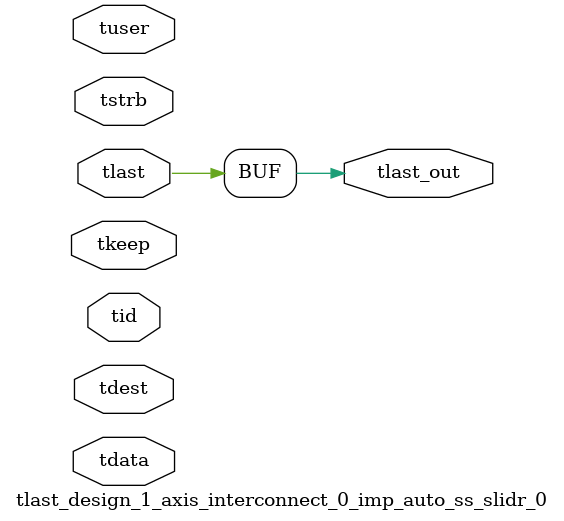
<source format=v>


`timescale 1ps/1ps

module tlast_design_1_axis_interconnect_0_imp_auto_ss_slidr_0 #
(
parameter C_S_AXIS_TID_WIDTH   = 1,
parameter C_S_AXIS_TUSER_WIDTH = 0,
parameter C_S_AXIS_TDATA_WIDTH = 0,
parameter C_S_AXIS_TDEST_WIDTH = 0
)
(
input  [(C_S_AXIS_TID_WIDTH   == 0 ? 1 : C_S_AXIS_TID_WIDTH)-1:0       ] tid,
input  [(C_S_AXIS_TDATA_WIDTH == 0 ? 1 : C_S_AXIS_TDATA_WIDTH)-1:0     ] tdata,
input  [(C_S_AXIS_TUSER_WIDTH == 0 ? 1 : C_S_AXIS_TUSER_WIDTH)-1:0     ] tuser,
input  [(C_S_AXIS_TDEST_WIDTH == 0 ? 1 : C_S_AXIS_TDEST_WIDTH)-1:0     ] tdest,
input  [(C_S_AXIS_TDATA_WIDTH/8)-1:0 ] tkeep,
input  [(C_S_AXIS_TDATA_WIDTH/8)-1:0 ] tstrb,
input  [0:0]                                                             tlast,
output                                                                   tlast_out
);

assign tlast_out = {tlast};

endmodule


</source>
